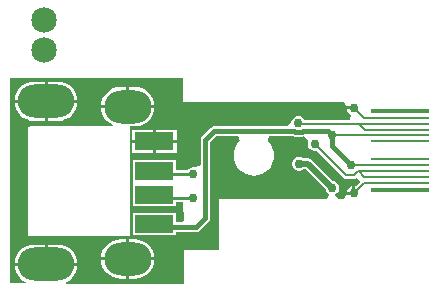
<source format=gbl>
G04 Layer_Physical_Order=2*
G04 Layer_Color=16711680*
%FSLAX25Y25*%
%MOIN*%
G70*
G01*
G75*
%ADD10R,0.19685X0.00787*%
%ADD11C,0.02000*%
%ADD12C,0.00800*%
%ADD13C,0.08500*%
%ADD14O,0.15748X0.11024*%
%ADD15O,0.18898X0.11024*%
%ADD16C,0.03000*%
%ADD17R,0.12795X0.05906*%
%ADD18R,0.19685X0.01575*%
%ADD19C,0.01500*%
%ADD20C,0.02500*%
%ADD21C,0.01000*%
G36*
X61029Y62500D02*
X114285D01*
X114581Y62277D01*
X115385Y61000D01*
X118000D01*
Y60000D01*
X115550D01*
X115645Y59525D01*
X116198Y58698D01*
X117025Y58145D01*
X116807Y56455D01*
X101628D01*
X101158Y57158D01*
X100397Y57666D01*
X99500Y57845D01*
X98603Y57666D01*
X97842Y57158D01*
X97334Y56397D01*
X97155Y55500D01*
X95644Y54380D01*
X71400D01*
X70795Y54260D01*
X70283Y53917D01*
X67383Y51017D01*
X67040Y50505D01*
X66920Y49900D01*
Y41589D01*
X65380Y40632D01*
X65220Y40626D01*
X64437Y40782D01*
X63540Y40604D01*
X62779Y40095D01*
X62556Y39762D01*
X58698D01*
Y43190D01*
X44302D01*
Y35684D01*
X44302D01*
Y35316D01*
X44302D01*
Y27810D01*
X58698D01*
Y29237D01*
X61150D01*
X61174Y22655D01*
X60821Y22301D01*
X58698D01*
Y25473D01*
X44302D01*
Y17968D01*
X58698D01*
Y19140D01*
X65421D01*
X66025Y19260D01*
X66538Y19603D01*
X69617Y22682D01*
X69960Y23195D01*
X70080Y23800D01*
Y49245D01*
X72055Y51220D01*
X79416D01*
X80025Y49520D01*
X79835Y49365D01*
X78998Y48343D01*
X78375Y47179D01*
X77991Y45915D01*
X77862Y44600D01*
X77991Y43286D01*
X78375Y42022D01*
X78998Y40857D01*
X79835Y39836D01*
X80857Y38998D01*
X82021Y38375D01*
X83285Y37991D01*
X84600Y37862D01*
X85914Y37991D01*
X87178Y38375D01*
X88343Y38998D01*
X89364Y39836D01*
X90202Y40857D01*
X90825Y42022D01*
X91208Y43286D01*
X91338Y44600D01*
X91208Y45915D01*
X90825Y47179D01*
X90202Y48343D01*
X89364Y49365D01*
X89175Y49520D01*
X89784Y51220D01*
X97288D01*
X97632Y50990D01*
X98237Y50870D01*
X100763D01*
X101368Y50990D01*
X102727Y49913D01*
X102915Y49520D01*
X102833Y49397D01*
X102655Y48500D01*
X102833Y47603D01*
X103342Y46842D01*
X104103Y46333D01*
X105000Y46155D01*
X105513Y46257D01*
X114635Y37135D01*
X115032Y36870D01*
X115500Y36777D01*
X118000D01*
X118468Y36870D01*
X118865Y37135D01*
X120066Y35932D01*
X119607Y35338D01*
X118683Y34413D01*
X118500Y34449D01*
Y32000D01*
X118000D01*
Y31500D01*
X115385D01*
X114581Y30223D01*
X114285Y30000D01*
X112626D01*
X111778Y31575D01*
X111797Y31700D01*
X112458Y32142D01*
X112967Y32903D01*
X113145Y33800D01*
X112967Y34697D01*
X112458Y35458D01*
X111697Y35967D01*
X111113Y36083D01*
X104098Y43098D01*
X103502Y43496D01*
X102800Y43635D01*
X101093D01*
X100597Y43967D01*
X99700Y44145D01*
X98803Y43967D01*
X98042Y43458D01*
X97534Y42697D01*
X97355Y41800D01*
X97534Y40903D01*
X98042Y40142D01*
X98803Y39633D01*
X99700Y39455D01*
X100597Y39633D01*
X101093Y39965D01*
X102040D01*
X108517Y33487D01*
X108633Y32903D01*
X109142Y32142D01*
X109803Y31700D01*
X109822Y31575D01*
X108975Y30000D01*
X73000D01*
Y14500D01*
Y13000D01*
X61209D01*
X61249Y2104D01*
X60896Y1750D01*
X59750D01*
X22163Y1917D01*
X22039Y2418D01*
X22930Y2894D01*
X23922Y3708D01*
X24736Y4699D01*
X25341Y5831D01*
X25713Y7058D01*
X25789Y7835D01*
X15358D01*
X4927D01*
X5004Y7058D01*
X5376Y5831D01*
X5981Y4699D01*
X6794Y3708D01*
X7786Y2894D01*
X8565Y2478D01*
X8439Y1978D01*
X3500Y2000D01*
Y70500D01*
X61000D01*
X61029Y62500D01*
D02*
G37*
%LPC*%
G36*
X19295Y69209D02*
X15858D01*
Y63165D01*
X25789D01*
X25713Y63942D01*
X25341Y65169D01*
X24736Y66301D01*
X23922Y67292D01*
X22930Y68106D01*
X21799Y68711D01*
X20572Y69083D01*
X19295Y69209D01*
D02*
G37*
G36*
X14858D02*
X11421D01*
X10145Y69083D01*
X8917Y68711D01*
X7786Y68106D01*
X6794Y67292D01*
X5981Y66301D01*
X5376Y65169D01*
X5004Y63942D01*
X4927Y63165D01*
X14858D01*
Y69209D01*
D02*
G37*
G36*
X44925Y67437D02*
X43063D01*
Y61394D01*
X51419D01*
X51343Y62170D01*
X50970Y63398D01*
X50366Y64529D01*
X49552Y65521D01*
X48561Y66334D01*
X47429Y66939D01*
X46202Y67311D01*
X44925Y67437D01*
D02*
G37*
G36*
X42063D02*
X40201D01*
X38924Y67311D01*
X37697Y66939D01*
X36566Y66334D01*
X35574Y65521D01*
X34760Y64529D01*
X34155Y63398D01*
X33783Y62170D01*
X33707Y61394D01*
X42063D01*
Y67437D01*
D02*
G37*
G36*
X25789Y62165D02*
X15858D01*
Y56122D01*
X19295D01*
X20572Y56248D01*
X21799Y56620D01*
X22930Y57225D01*
X23922Y58039D01*
X24736Y59030D01*
X25341Y60161D01*
X25713Y61389D01*
X25789Y62165D01*
D02*
G37*
G36*
X14858D02*
X4927D01*
X5004Y61389D01*
X5376Y60161D01*
X5981Y59030D01*
X6794Y58039D01*
X7786Y57225D01*
X8917Y56620D01*
X10145Y56248D01*
X11421Y56122D01*
X14858D01*
Y62165D01*
D02*
G37*
G36*
X58898Y53232D02*
X52000D01*
Y49779D01*
X58898D01*
Y53232D01*
D02*
G37*
G36*
X51000D02*
X44102D01*
Y49779D01*
X51000D01*
Y53232D01*
D02*
G37*
G36*
X58898Y48779D02*
X52000D01*
Y45327D01*
X58898D01*
Y48779D01*
D02*
G37*
G36*
X51000D02*
X44102D01*
Y45327D01*
X51000D01*
Y48779D01*
D02*
G37*
G36*
X117500Y34449D02*
X117025Y34355D01*
X116198Y33802D01*
X115645Y32976D01*
X115550Y32500D01*
X117500D01*
Y34449D01*
D02*
G37*
G36*
X42563Y60894D02*
D01*
Y60394D01*
X33707D01*
X33783Y59617D01*
X34155Y58390D01*
X34760Y57258D01*
X35574Y56267D01*
X36566Y55453D01*
X37697Y54848D01*
X37805Y54816D01*
X37731Y54316D01*
X10000D01*
X9688Y54254D01*
X9423Y54077D01*
X9246Y53812D01*
X9184Y53500D01*
Y53000D01*
Y18500D01*
X9246Y18188D01*
X9423Y17923D01*
X9688Y17746D01*
X10000Y17684D01*
X42500D01*
X42812Y17746D01*
X43077Y17923D01*
X43254Y18188D01*
X43316Y18500D01*
Y53500D01*
X43254Y53812D01*
X43228Y53850D01*
X43495Y54350D01*
X44925D01*
X46202Y54476D01*
X47429Y54848D01*
X48561Y55453D01*
X49552Y56267D01*
X50366Y57258D01*
X50970Y58390D01*
X51343Y59617D01*
X51419Y60394D01*
X42563D01*
Y60894D01*
D02*
G37*
G36*
X44925Y16650D02*
X43063D01*
Y10606D01*
X51419D01*
X51343Y11383D01*
X50970Y12610D01*
X50366Y13742D01*
X49552Y14733D01*
X48561Y15547D01*
X47429Y16151D01*
X46202Y16524D01*
X44925Y16650D01*
D02*
G37*
G36*
X42063D02*
X40201D01*
X38924Y16524D01*
X37697Y16151D01*
X36566Y15547D01*
X35574Y14733D01*
X34760Y13742D01*
X34155Y12610D01*
X33783Y11383D01*
X33707Y10606D01*
X42063D01*
Y16650D01*
D02*
G37*
G36*
X19295Y14878D02*
X15858D01*
Y8835D01*
X25789D01*
X25713Y9611D01*
X25341Y10839D01*
X24736Y11970D01*
X23922Y12961D01*
X22930Y13775D01*
X21799Y14380D01*
X20572Y14752D01*
X19295Y14878D01*
D02*
G37*
G36*
X14858D02*
X11421D01*
X10145Y14752D01*
X8917Y14380D01*
X7786Y13775D01*
X6794Y12961D01*
X5981Y11970D01*
X5376Y10839D01*
X5004Y9611D01*
X4927Y8835D01*
X14858D01*
Y14878D01*
D02*
G37*
G36*
X51419Y9606D02*
X43063D01*
Y3563D01*
X44925D01*
X46202Y3689D01*
X47429Y4061D01*
X48561Y4666D01*
X49552Y5480D01*
X50366Y6471D01*
X50970Y7602D01*
X51343Y8830D01*
X51419Y9606D01*
D02*
G37*
G36*
X42063D02*
X33707D01*
X33783Y8830D01*
X34155Y7602D01*
X34760Y6471D01*
X35574Y5480D01*
X36566Y4666D01*
X37697Y4061D01*
X38924Y3689D01*
X40201Y3563D01*
X42063D01*
Y9606D01*
D02*
G37*
%LPD*%
D10*
X133300Y35546D02*
D03*
Y37515D02*
D03*
Y39483D02*
D03*
Y41452D02*
D03*
Y43420D02*
D03*
Y49326D02*
D03*
Y51294D02*
D03*
Y53263D02*
D03*
Y55231D02*
D03*
Y57200D02*
D03*
D11*
X102800Y41800D02*
X110800Y33800D01*
X99700Y41800D02*
X102800D01*
X41563Y60894D02*
X41957Y60500D01*
X41563Y10106D02*
X44957Y13500D01*
D12*
X109500Y52800D02*
X111005Y51294D01*
X115500Y38000D02*
X118000D01*
X105000Y48500D02*
X115500Y38000D01*
X111005Y51294D02*
X134000D01*
X119517Y39483D02*
X121485Y37515D01*
X119500Y39500D02*
X119517Y39483D01*
X121485Y37515D02*
X133600D01*
X118000Y38000D02*
X119500Y39500D01*
X119517Y39483D02*
X133600D01*
X99769Y55231D02*
X119800D01*
X133600D02*
X134000D01*
X119800D02*
X133600D01*
Y53263D02*
X134000D01*
X119800Y55231D02*
X121768Y53263D01*
X133600D01*
X99500Y55500D02*
X99769Y55231D01*
X118000Y60500D02*
X121300Y57200D01*
X134000D01*
X118000Y32000D02*
X121500Y35500D01*
X133953D01*
X134000Y35546D01*
X117652Y41452D02*
X134000D01*
D13*
X14600Y79900D02*
D03*
Y89900D02*
D03*
D14*
X42563Y60894D02*
D03*
Y10106D02*
D03*
D15*
X15358Y8335D02*
D03*
Y62665D02*
D03*
D16*
X110800Y33800D02*
D03*
X99700Y41800D02*
D03*
X110700Y51600D02*
D03*
X99500Y55500D02*
D03*
X118000Y60500D02*
D03*
Y32000D02*
D03*
X105000Y48500D02*
D03*
X116948Y41452D02*
D03*
X64437Y38437D02*
D03*
Y30563D02*
D03*
D17*
X51500Y21721D02*
D03*
Y31563D02*
D03*
Y39437D02*
D03*
Y49279D02*
D03*
D18*
X133300Y59562D02*
D03*
Y33183D02*
D03*
D19*
X101113Y52800D02*
X109500D01*
X100763Y52450D02*
X101113Y52800D01*
X98237Y52450D02*
X100763D01*
X97887Y52800D02*
X98237Y52450D01*
X71400Y52800D02*
X97887D01*
X68500Y49900D02*
X71400Y52800D01*
X110700Y47700D02*
Y51600D01*
Y47700D02*
X116948Y41452D01*
X68500Y23800D02*
Y49900D01*
X65421Y20720D02*
X68500Y23800D01*
X50600Y20720D02*
X65421D01*
D20*
X39891Y7335D02*
X41663Y9106D01*
D21*
X50600Y38437D02*
X64437D01*
X50600Y30563D02*
X64437D01*
M02*

</source>
